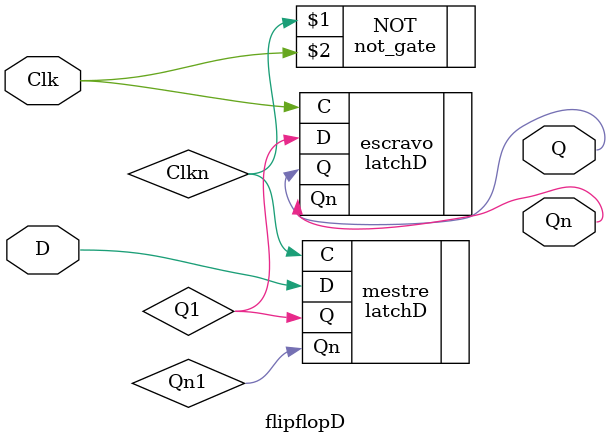
<source format=v>
`include "latchD.v"

module flipflopD (output wire Q, Qn,
                 input wire Clk, D);
  
  wire Q1, Q1n, Clkn, Clknn;
  
  not_gate NOT (Clkn, Clk);
  
  latchD mestre (.Q(Q1), .Qn(Qn1), .D(D), .C(Clkn));
  latchD escravo (.Q(Q), .Qn(Qn), .D(Q1), .C(Clk));
  
endmodule

</source>
